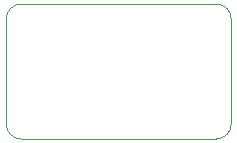
<source format=gbr>
G04 (created by PCBNEW (2013-07-07 BZR 4022)-stable) date 1/16/2014 9:48:59 PM*
%MOIN*%
G04 Gerber Fmt 3.4, Leading zero omitted, Abs format*
%FSLAX34Y34*%
G01*
G70*
G90*
G04 APERTURE LIST*
%ADD10C,0.00590551*%
%ADD11C,0.00393701*%
G04 APERTURE END LIST*
G54D10*
G54D11*
X76750Y-18250D02*
X76750Y-14750D01*
X69750Y-18750D02*
X76250Y-18750D01*
X69250Y-14750D02*
X69250Y-18250D01*
X76250Y-14250D02*
X69750Y-14250D01*
X76750Y-14750D02*
G75*
G03X76250Y-14250I-500J0D01*
G74*
G01*
X69750Y-14250D02*
G75*
G03X69250Y-14750I0J-500D01*
G74*
G01*
X69250Y-18250D02*
G75*
G03X69750Y-18750I500J0D01*
G74*
G01*
X76250Y-18750D02*
G75*
G03X76750Y-18250I0J500D01*
G74*
G01*
M02*

</source>
